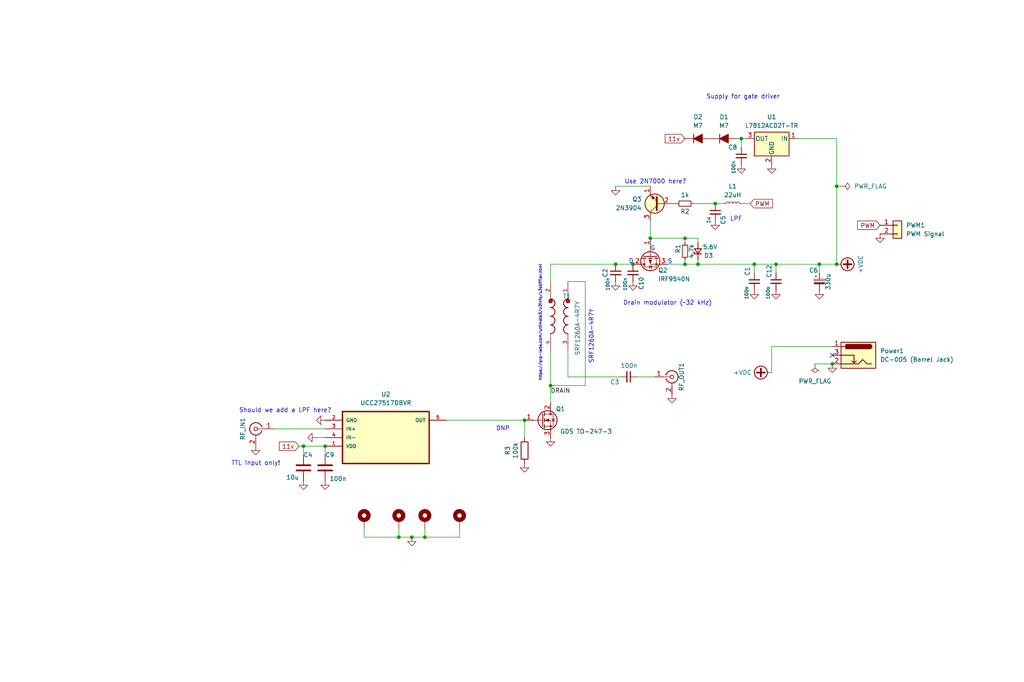
<source format=kicad_sch>
(kicad_sch (version 20240620) (generator "eeschema") (generator_version "8.99")
  (paper "User" 299.999 200)
  (title_block (title "TO-247-3 Single-Ended Hack Amp with EER SSB!") (date "2024-07-24") (rev "v7.01") (company "Author: Dhiru Kholia (VU3CER)"))
  (lib_symbols
    (symbol "Conn_Coaxial_1" (pin_names (offset 1.016) hide)
      (property "Reference" "J" (at 0.254 3.048 0))
      (property "Value" "Conn_Coaxial" (at 2.921 0 90))
      (symbol "Conn_Coaxial_1_0_1"
        (polyline (pts (xy -2.54 0) (xy -0.508 0)))
        (arc (start 1.778 0) (mid 0.222 -1.8079) (end -1.778 -0.508) (stroke (width 0.254)))
        (arc (start -1.778 0.508) (mid 0.2221 1.8084) (end 1.778 0) (stroke (width 0.254)))
        (circle (center 0 0) (radius 0.508) (stroke (width 0.2032)))
        (polyline (pts (xy 0 -2.54) (xy 0 -1.778)))
      )
      (symbol "Conn_Coaxial_1_1_1"
        (pin passive line (at -5.08 0 0) (length 2.54) (name "In") (number "1"))
        (pin passive line (at 0 -5.08 90) (length 2.54) (name "Ext") (number "2"))
      )
    )
    (symbol "Connector:Barrel_Jack_Switch" (pin_names hide)
      (property "Reference" "J" (at 0 5.334 0))
      (property "Value" "Barrel_Jack_Switch" (at 0 -5.08 0))
      (symbol "Barrel_Jack_Switch_0_1"
        (rectangle (start -5.08 3.81) (end 5.08 -3.81) (stroke (width 0.254)) (fill (type background)))
        (polyline (pts (xy -3.81 -2.54) (xy -2.54 -2.54) (xy -1.27 -1.27) (xy 0 -2.54) (xy 2.54 -2.54) (xy 5.08 -2.54)) (stroke (width 0.254)))
        (arc (start -3.302 1.905) (mid -3.9343 2.54) (end -3.302 3.175) (stroke (width 0.254)))
        (arc (start -3.302 1.905) (mid -3.9343 2.54) (end -3.302 3.175) (stroke (width 0.254)) (fill (type outline)))
        (polyline (pts (xy 1.27 -2.286) (xy 1.905 -1.651)) (stroke (width 0.254)))
        (rectangle (start 3.683 3.175) (end -3.302 1.905) (stroke (width 0.254)) (fill (type outline)))
        (polyline (pts (xy 5.08 2.54) (xy 3.81 2.54)) (stroke (width 0.254)))
        (polyline (pts (xy 5.08 0) (xy 1.27 0) (xy 1.27 -2.286) (xy 0.635 -1.651)) (stroke (width 0.254)))
      )
      (symbol "Barrel_Jack_Switch_1_1"
        (pin passive line (at 7.62 2.54 180) (length 2.54) (name "~") (number "1"))
        (pin passive line (at 7.62 0 180) (length 2.54) (name "~") (number "3"))
        (pin passive line (at 7.62 -2.54 180) (length 2.54) (name "~") (number "2"))
      )
    )
    (symbol "Connector:Conn_Coaxial" (pin_names (offset 1.016) hide)
      (property "Reference" "J" (at 0.254 3.048 0))
      (property "Value" "Conn_Coaxial" (at 2.921 0 90))
      (symbol "Conn_Coaxial_0_1"
        (polyline (pts (xy -2.54 0) (xy -0.508 0)))
        (arc (start 1.778 0) (mid 0.222 -1.8079) (end -1.778 -0.508) (stroke (width 0.254)))
        (arc (start -1.778 0.508) (mid 0.2221 1.8084) (end 1.778 0) (stroke (width 0.254)))
        (circle (center 0 0) (radius 0.508) (stroke (width 0.2032)))
        (polyline (pts (xy 0 -2.54) (xy 0 -1.778)))
      )
      (symbol "Conn_Coaxial_1_1"
        (pin passive line (at -5.08 0 0) (length 2.54) (name "In") (number "1"))
        (pin passive line (at 0 -5.08 90) (length 2.54) (name "Ext") (number "2"))
      )
    )
    (symbol "Connector_Generic:Conn_01x02" (pin_names (offset 1.016) hide)
      (property "Reference" "J" (at 0 2.54 0))
      (property "Value" "Conn_01x02" (at 0 -5.08 0))
      (symbol "Conn_01x02_1_1"
        (rectangle (start -1.27 1.27) (end 1.27 -3.81) (stroke (width 0.254)) (fill (type background)))
        (rectangle (start -1.27 0.127) (end 0 -0.127) (stroke (width 0.1524)))
        (rectangle (start -1.27 -2.413) (end 0 -2.667) (stroke (width 0.1524)))
        (pin passive line (at -5.08 0 0) (length 3.81) (name "Pin_1") (number "1"))
        (pin passive line (at -5.08 -2.54 0) (length 3.81) (name "Pin_2") (number "2"))
      )
    )
    (symbol "Device:C" (pin_numbers hide) (pin_names (offset 0.254))
      (property "Reference" "C" (at 0.635 2.54 0))
      (property "Value" "C" (at 0.635 -2.54 0))
      (symbol "C_0_1"
        (polyline (pts (xy -2.032 0.762) (xy 2.032 0.762)) (stroke (width 0.508)))
        (polyline (pts (xy -2.032 -0.762) (xy 2.032 -0.762)) (stroke (width 0.508)))
      )
      (symbol "C_1_1"
        (pin passive line (at 0 3.81 270) (length 2.794) (name "~") (number "1"))
        (pin passive line (at 0 -3.81 90) (length 2.794) (name "~") (number "2"))
      )
    )
    (symbol "Device:C_Polarized_Small" (pin_numbers hide) (pin_names (offset 0.254) hide)
      (property "Reference" "C" (at 0.254 1.778 0))
      (property "Value" "C_Polarized_Small" (at 0.254 -2.032 0))
      (symbol "C_Polarized_Small_0_1"
        (rectangle (start -1.524 0.6858) (end 1.524 0.3048))
        (rectangle (start -1.524 -0.3048) (end 1.524 -0.6858) (fill (type outline)))
        (polyline (pts (xy -1.27 1.524) (xy -0.762 1.524)))
        (polyline (pts (xy -1.016 1.27) (xy -1.016 1.778)))
      )
      (symbol "C_Polarized_Small_1_1"
        (pin passive line (at 0 2.54 270) (length 1.8542) (name "~") (number "1"))
        (pin passive line (at 0 -2.54 90) (length 1.8542) (name "~") (number "2"))
      )
    )
    (symbol "Device:C_Small" (pin_numbers hide) (pin_names (offset 0.254) hide)
      (property "Reference" "C" (at 0.254 1.778 0))
      (property "Value" "C_Small" (at 0.254 -2.032 0))
      (symbol "C_Small_0_1"
        (polyline (pts (xy -1.524 0.508) (xy 1.524 0.508)) (stroke (width 0.3048)))
        (polyline (pts (xy -1.524 -0.508) (xy 1.524 -0.508)) (stroke (width 0.3302)))
      )
      (symbol "C_Small_1_1"
        (pin passive line (at 0 2.54 270) (length 2.032) (name "~") (number "1"))
        (pin passive line (at 0 -2.54 90) (length 2.032) (name "~") (number "2"))
      )
    )
    (symbol "Device:D_Zener_Small" (pin_numbers hide) (pin_names (offset 0.254) hide)
      (property "Reference" "D" (at 0 2.286 0))
      (property "Value" "D_Zener_Small" (at 0 -2.286 0))
      (symbol "D_Zener_Small_0_1"
        (polyline (pts (xy -0.254 1.016) (xy -0.762 1.016) (xy -0.762 -1.016)) (stroke (width 0.254)))
        (polyline (pts (xy 0.762 1.016) (xy -0.762 0) (xy 0.762 -1.016) (xy 0.762 1.016)) (stroke (width 0.254)))
        (polyline (pts (xy 0.762 0) (xy -0.762 0)))
      )
      (symbol "D_Zener_Small_1_1"
        (pin passive line (at -2.54 0 0) (length 1.778) (name "K") (number "1"))
        (pin passive line (at 2.54 0 180) (length 1.778) (name "A") (number "2"))
      )
    )
    (symbol "Device:L_Small" (pin_numbers hide) (pin_names (offset 0.254) hide)
      (property "Reference" "L" (at 0.762 1.016 0))
      (property "Value" "L_Small" (at 0.762 -1.016 0))
      (symbol "L_Small_0_1"
        (arc (start 0 2.032) (mid 0.5058 1.524) (end 0 1.016))
        (arc (start 0 1.016) (mid 0.5058 0.508) (end 0 0))
        (arc (start 0 0) (mid 0.5058 -0.508) (end 0 -1.016))
        (arc (start 0 -1.016) (mid 0.5058 -1.524) (end 0 -2.032))
      )
      (symbol "L_Small_1_1"
        (pin passive line (at 0 2.54 270) (length 0.508) (name "~") (number "1"))
        (pin passive line (at 0 -2.54 90) (length 0.508) (name "~") (number "2"))
      )
    )
    (symbol "Device:R" (pin_numbers hide) (pin_names (offset 0))
      (property "Reference" "R" (at 2.032 0 90))
      (property "Value" "R" (at 0 0 90))
      (symbol "R_0_1"
        (rectangle (start -1.016 -2.54) (end 1.016 2.54) (stroke (width 0.254)))
      )
      (symbol "R_1_1"
        (pin passive line (at 0 3.81 270) (length 1.27) (name "~") (number "1"))
        (pin passive line (at 0 -3.81 90) (length 1.27) (name "~") (number "2"))
      )
    )
    (symbol "Device:R_Small" (pin_numbers hide) (pin_names (offset 0.254) hide)
      (property "Reference" "R" (at 0.762 0.508 0))
      (property "Value" "R_Small" (at 0.762 -1.016 0))
      (symbol "R_Small_0_1"
        (rectangle (start -0.762 1.778) (end 0.762 -1.778) (stroke (width 0.2032)))
      )
      (symbol "R_Small_1_1"
        (pin passive line (at 0 2.54 270) (length 0.762) (name "~") (number "1"))
        (pin passive line (at 0 -2.54 90) (length 0.762) (name "~") (number "2"))
      )
    )
    (symbol "Mechanical:MountingHole_Pad" (pin_numbers hide) (pin_names (offset 1.016) hide)
      (property "Reference" "H" (at 0 6.35 0))
      (property "Value" "MountingHole_Pad" (at 0 4.445 0))
      (symbol "MountingHole_Pad_0_1"
        (circle (center 0 1.27) (radius 1.27) (stroke (width 1.27)))
      )
      (symbol "MountingHole_Pad_1_1"
        (pin input line (at 0 -2.54 90) (length 2.54) (name "1") (number "1"))
      )
    )
    (symbol "PCM_Diode_AKL:M7" (pin_numbers hide) (pin_names (offset 1.016) hide)
      (property "Reference" "D" (at 0 5.08 0))
      (property "Value" "M7" (at 0 2.54 0))
      (symbol "M7_0_1"
        (polyline (pts (xy -1.27 1.27) (xy -1.27 -1.27) (xy 1.27 0) (xy -1.27 1.27)) (stroke (width 0.254)) (fill (type outline)))
        (polyline (pts (xy -1.27 0) (xy 1.27 0)))
        (polyline (pts (xy 1.27 1.27) (xy 1.27 -1.27)) (stroke (width 0.254)))
      )
      (symbol "M7_1_1"
        (pin passive line (at -3.81 0 0) (length 2.54) (name "A") (number "2"))
        (pin passive line (at 3.81 0 180) (length 2.54) (name "K") (number "1"))
      )
    )
    (symbol "PCM_Transistor_BJT_AKL:2N3904" (pin_names hide)
      (property "Reference" "Q" (at 5.08 1.27 0))
      (property "Value" "2N3904" (at 5.08 -1.27 0))
      (symbol "2N3904_0_1"
        (polyline (pts (xy 0.635 1.905) (xy 0.635 -1.905) (xy 0.635 -1.905)) (stroke (width 0.508)))
        (polyline (pts (xy 0.635 0.635) (xy 2.54 2.54)))
        (polyline (pts (xy 0.635 -0.635) (xy 2.54 -2.54) (xy 2.54 -2.54)))
        (circle (center 1.27 0) (radius 2.8194) (stroke (width 0.254)) (fill (type background)))
        (polyline (pts (xy 1.27 -1.778) (xy 1.778 -1.27) (xy 2.286 -2.286) (xy 1.27 -1.778) (xy 1.27 -1.778)) (fill (type outline)))
      )
      (symbol "2N3904_1_1"
        (pin passive line (at -5.08 0 0) (length 5.715) (name "B") (number "2"))
        (pin passive line (at 2.54 5.08 270) (length 2.54) (name "C") (number "3"))
        (pin passive line (at 2.54 -5.08 90) (length 2.54) (name "E") (number "1"))
      )
    )
    (symbol "Regulator_Linear:L7812" (pin_names (offset 0.254))
      (property "Reference" "U" (at -3.81 3.175 0))
      (property "Value" "L7812" (at 0 3.175 0))
      (symbol "L7812_0_1"
        (rectangle (start -5.08 1.905) (end 5.08 -5.08) (stroke (width 0.254)) (fill (type background)))
      )
      (symbol "L7812_1_1"
        (pin power_in line (at -7.62 0 0) (length 2.54) (name "IN") (number "1"))
        (pin power_in line (at 0 -7.62 90) (length 2.54) (name "GND") (number "2"))
        (pin power_out line (at 7.62 0 180) (length 2.54) (name "OUT") (number "3"))
      )
    )
    (symbol "SRF1260A-4R7Y:SRF1260A-4R7Y" (pin_names (offset 1.016))
      (property "Reference" "L" (at -7.631 5.0873 0))
      (property "Value" "SRF1260A-4R7Y" (at -7.6349 -7.6349 0))
      (symbol "SRF1260A-4R7Y_0_0"
        (circle (center -4.445 2.54) (radius 0.127) (stroke (width 0.508)))
        (circle (center -4.445 -2.54) (radius 0.127) (stroke (width 0.508)))
        (arc (start -2.54 2.54) (mid -3.81 1.2755) (end -5.08 2.54) (stroke (width 0.254)))
        (arc (start -5.08 -2.54) (mid -3.81 -1.2755) (end -2.54 -2.54) (stroke (width 0.254)))
        (arc (start 0 2.54) (mid -1.27 1.2755) (end -2.54 2.54) (stroke (width 0.254)))
        (arc (start -2.54 -2.54) (mid -1.27 -1.2755) (end 0 -2.54) (stroke (width 0.254)))
        (arc (start 2.54 2.54) (mid 1.27 1.2755) (end 0 2.54) (stroke (width 0.254)))
        (arc (start 0 -2.54) (mid 1.27 -1.2755) (end 2.54 -2.54) (stroke (width 0.254)))
        (arc (start 5.08 2.54) (mid 3.81 1.2755) (end 2.54 2.54) (stroke (width 0.254)))
        (arc (start 2.54 -2.54) (mid 3.81 -1.2755) (end 5.08 -2.54) (stroke (width 0.254)))
        (pin passive line (at -10.16 2.54 0) (length 5.08) (name "~") (number "1"))
        (pin passive line (at -10.16 -2.54 0) (length 5.08) (name "~") (number "2"))
        (pin passive line (at 10.16 2.54 180) (length 5.08) (name "~") (number "3"))
        (pin passive line (at 10.16 -2.54 180) (length 5.08) (name "~") (number "4"))
      )
    )
    (symbol "Transistor_FET:IRF540N" (pin_names hide)
      (property "Reference" "Q" (at 5.08 1.905 0))
      (property "Value" "IRF540N" (at 5.08 0 0))
      (symbol "IRF540N_0_1"
        (polyline (pts (xy 0.254 1.905) (xy 0.254 -1.905)) (stroke (width 0.254)))
        (polyline (pts (xy 0.254 0) (xy -2.54 0)))
        (polyline (pts (xy 0.762 2.286) (xy 0.762 1.27)) (stroke (width 0.254)))
        (polyline (pts (xy 0.762 0.508) (xy 0.762 -0.508)) (stroke (width 0.254)))
        (polyline (pts (xy 0.762 -1.27) (xy 0.762 -2.286)) (stroke (width 0.254)))
        (polyline (pts (xy 0.762 -1.778) (xy 3.302 -1.778) (xy 3.302 1.778) (xy 0.762 1.778)))
        (polyline (pts (xy 1.016 0) (xy 2.032 0.381) (xy 2.032 -0.381) (xy 1.016 0)) (fill (type outline)))
        (circle (center 1.651 0) (radius 2.794) (stroke (width 0.254)))
        (polyline (pts (xy 2.54 2.54) (xy 2.54 1.778)))
        (circle (center 2.54 1.778) (radius 0.254) (fill (type outline)))
        (circle (center 2.54 -1.778) (radius 0.254) (fill (type outline)))
        (polyline (pts (xy 2.54 -2.54) (xy 2.54 0) (xy 0.762 0)))
        (polyline (pts (xy 2.794 0.508) (xy 2.921 0.381) (xy 3.683 0.381) (xy 3.81 0.254)))
        (polyline (pts (xy 3.302 0.381) (xy 2.921 -0.254) (xy 3.683 -0.254) (xy 3.302 0.381)))
      )
      (symbol "IRF540N_1_1"
        (pin input line (at -5.08 0 0) (length 2.54) (name "G") (number "1"))
        (pin passive line (at 2.54 5.08 270) (length 2.54) (name "D") (number "2"))
        (pin passive line (at 2.54 -5.08 90) (length 2.54) (name "S") (number "3"))
      )
    )
    (symbol "Transistor_FET:IRF9540N" (pin_names hide)
      (property "Reference" "Q" (at 5.08 1.905 0))
      (property "Value" "IRF9540N" (at 5.08 0 0))
      (symbol "IRF9540N_0_1"
        (polyline (pts (xy 0.254 1.905) (xy 0.254 -1.905)) (stroke (width 0.254)))
        (polyline (pts (xy 0.254 0) (xy -2.54 0)))
        (polyline (pts (xy 0.762 2.286) (xy 0.762 1.27)) (stroke (width 0.254)))
        (polyline (pts (xy 0.762 1.778) (xy 3.302 1.778) (xy 3.302 -1.778) (xy 0.762 -1.778)))
        (polyline (pts (xy 0.762 0.508) (xy 0.762 -0.508)) (stroke (width 0.254)))
        (polyline (pts (xy 0.762 -1.27) (xy 0.762 -2.286)) (stroke (width 0.254)))
        (circle (center 1.651 0) (radius 2.794) (stroke (width 0.254)))
        (polyline (pts (xy 2.286 0) (xy 1.27 0.381) (xy 1.27 -0.381) (xy 2.286 0)) (fill (type outline)))
        (polyline (pts (xy 2.54 2.54) (xy 2.54 1.778)))
        (circle (center 2.54 1.778) (radius 0.254) (fill (type outline)))
        (circle (center 2.54 -1.778) (radius 0.254) (fill (type outline)))
        (polyline (pts (xy 2.54 -2.54) (xy 2.54 0) (xy 0.762 0)))
        (polyline (pts (xy 2.794 -0.508) (xy 2.921 -0.381) (xy 3.683 -0.381) (xy 3.81 -0.254)))
        (polyline (pts (xy 3.302 -0.381) (xy 2.921 0.254) (xy 3.683 0.254) (xy 3.302 -0.381)))
      )
      (symbol "IRF9540N_1_1"
        (pin input line (at -5.08 0 0) (length 2.54) (name "G") (number "1"))
        (pin passive line (at 2.54 5.08 270) (length 2.54) (name "D") (number "2"))
        (pin passive line (at 2.54 -5.08 90) (length 2.54) (name "S") (number "3"))
      )
    )
    (symbol "UCC27517DBVR:UCC27517DBVR" (pin_names (offset 1.016))
      (property "Reference" "U" (at -12.7 8.62 0))
      (property "Value" "UCC27517DBVR" (at -12.7 -11.62 0))
      (symbol "UCC27517DBVR_0_0"
        (rectangle (start -12.7 -7.62) (end 12.7 7.62) (stroke (width 0.41)) (fill (type background)))
        (pin input line (at -17.78 5.08 0) (length 5.08) (name "GND") (number "2"))
        (pin input line (at -17.78 2.54 0) (length 5.08) (name "IN+") (number "3"))
        (pin input line (at -17.78 0 0) (length 5.08) (name "IN-") (number "4"))
        (pin input line (at -17.78 -2.54 0) (length 5.08) (name "VDD") (number "1"))
        (pin output line (at 17.78 5.08 180) (length 5.08) (name "OUT") (number "5"))
      )
    )
    (symbol "power:+VDC" (power) (pin_numbers hide) (pin_names (offset 0) hide)
      (property "Value" "+VDC" (at 0 6.35 0))
      (symbol "+VDC_0_1"
        (polyline (pts (xy -1.143 3.175) (xy 1.143 3.175)) (stroke (width 0.508)))
        (circle (center 0 3.175) (radius 1.905) (stroke (width 0.254)))
        (polyline (pts (xy 0 2.032) (xy 0 4.318)) (stroke (width 0.508)))
        (polyline (pts (xy 0 0) (xy 0 1.27)))
      )
      (symbol "+VDC_1_1"
        (pin power_in line (at 0 0 90) (length 0) (name "~") (number "1"))
      )
    )
    (symbol "power:GND" (power) (pin_numbers hide) (pin_names (offset 0) hide)
      (property "Value" "GND" (at 0 -3.81 0))
      (symbol "GND_0_1"
        (polyline (pts (xy 0 0) (xy 0 -1.27) (xy 1.27 -1.27) (xy 0 -2.54) (xy -1.27 -1.27) (xy 0 -1.27)))
      )
      (symbol "GND_1_1"
        (pin power_in line (at 0 0 270) (length 0) (name "~") (number "1"))
      )
    )
    (symbol "power:PWR_FLAG" (power) (pin_numbers hide) (pin_names (offset 0) hide)
      (property "Value" "PWR_FLAG" (at 0 3.81 0))
      (symbol "PWR_FLAG_0_0"
        (pin power_out line (at 0 0 90) (length 0) (name "~") (number "1"))
      )
      (symbol "PWR_FLAG_0_1"
        (polyline (pts (xy 0 0) (xy 0 1.27) (xy -1.016 1.905) (xy 0 2.54) (xy 1.016 1.905) (xy 0 1.27)))
      )
    )
  )
  (text "S" (at 195.58 77.47 0) (effects (font (size 1.27 1.27)) (justify left bottom)))
  (text "LPF" (at 215.646 64.262 0) (effects (font (size 1.27 1.27))))
  (text "DNP" (at 147.32 125.73 0) (effects (font (size 1.27 1.27))))
  (text "Use 2N7000 here?" (at 192.024 53.34 0) (effects (font (size 1.27 1.27))))
  (text "https://qrp-labs.com/ultimate3/u3info/u3sbifilar.html" (at 158.75 111.76 90) (effects (font (size 0.8 0.8)) (justify left bottom)))
  (text "SRF1260A-4R7Y" (at 173.99 106.68 90) (effects (font (size 1.27 1.27)) (justify left bottom)))
  (text "Drain modulator (~32 kHz)" (at 195.58 88.9 0) (effects (font (size 1.27 1.27))))
  (text "Should we add a LPF here?" (at 83.566 120.396 0) (effects (font (size 1.27 1.27))))
  (text "TTL input only!" (at 74.93 135.89 0) (effects (font (size 1.27 1.27))))
  (text "G" (at 190.5 73.66 0) (effects (font (size 1.27 1.27)) (justify left bottom)))
  (text "Supply for gate driver" (at 217.678 28.448 0) (effects (font (size 1.27 1.27))))
  (text "D" (at 184.15 77.47 0) (effects (font (size 1.27 1.27)) (justify left bottom)))
  (junction (at 243.84 106.68))
  (junction (at 180.34 77.47))
  (junction (at 220.98 77.47))
  (junction (at 116.84 157.48))
  (junction (at 200.66 77.47))
  (junction (at 124.46 157.48))
  (junction (at 185.42 77.47))
  (junction (at 88.9 130.81))
  (junction (at 245.11 54.61))
  (junction (at 209.55 59.69))
  (junction (at 95.25 130.81))
  (junction (at 161.29 113.03))
  (junction (at 240.03 77.47))
  (junction (at 120.65 157.48))
  (junction (at 227.33 77.47))
  (junction (at 200.66 69.85))
  (junction (at 204.47 77.47))
  (junction (at 217.17 40.64))
  (junction (at 153.67 123.19))
  (junction (at 190.5 69.85))
  (junction (at 245.11 77.47))
  (no_connect (at 243.84 104.14))
  (wire (pts (xy 161.29 77.47) (xy 180.34 77.47)))
  (wire (pts (xy 134.62 157.48) (xy 134.62 154.94)))
  (wire (pts (xy 190.5 64.77) (xy 190.5 69.85)))
  (wire (pts (xy 166.37 102.87) (xy 166.37 110.49)))
  (wire (pts (xy 153.67 128.27) (xy 153.67 123.19)))
  (wire (pts (xy 209.55 59.69) (xy 212.09 59.69)))
  (wire (pts (xy 200.66 77.47) (xy 204.47 77.47)))
  (wire (pts (xy 226.06 101.6) (xy 226.06 109.22)))
  (wire (pts (xy 226.06 101.6) (xy 243.84 101.6)))
  (wire (pts (xy 186.69 110.49) (xy 191.77 110.49)))
  (wire (pts (xy 204.47 77.47) (xy 220.98 77.47)))
  (wire (pts (xy 80.01 125.73) (xy 95.25 125.73)))
  (wire (pts (xy 106.68 157.48) (xy 116.84 157.48)))
  (wire (pts (xy 245.11 54.61) (xy 245.11 77.47)))
  (wire (pts (xy 240.03 77.47) (xy 240.03 80.01)))
  (wire (pts (xy 204.47 76.2) (xy 204.47 77.47)))
  (wire (pts (xy 220.98 77.47) (xy 227.33 77.47)))
  (wire (pts (xy 130.81 123.19) (xy 153.67 123.19)))
  (wire (pts (xy 166.37 110.49) (xy 181.61 110.49)))
  (wire (pts (xy 203.2 59.69) (xy 209.55 59.69)))
  (wire (pts (xy 116.84 154.94) (xy 116.84 157.48)))
  (wire (pts (xy 227.33 77.47) (xy 240.03 77.47)))
  (wire (pts (xy 166.37 82.55) (xy 171.45 82.55)))
  (wire (pts (xy 217.17 40.64) (xy 218.44 40.64)))
  (wire (pts (xy 180.34 54.61) (xy 190.5 54.61)))
  (wire (pts (xy 161.29 102.87) (xy 161.29 113.03)))
  (wire (pts (xy 88.9 130.81) (xy 88.9 133.35)))
  (wire (pts (xy 190.5 69.85) (xy 200.66 69.85)))
  (wire (pts (xy 106.68 154.94) (xy 106.68 157.48)))
  (wire (pts (xy 200.66 76.2) (xy 200.66 77.47)))
  (wire (pts (xy 161.29 113.03) (xy 171.45 113.03)))
  (wire (pts (xy 227.33 77.47) (xy 227.33 80.01)))
  (wire (pts (xy 161.29 113.03) (xy 161.29 118.11)))
  (wire (pts (xy 238.76 106.68) (xy 243.84 106.68)))
  (wire (pts (xy 217.17 40.64) (xy 217.17 43.18)))
  (wire (pts (xy 87.63 130.81) (xy 88.9 130.81)))
  (wire (pts (xy 88.9 130.81) (xy 95.25 130.81)))
  (wire (pts (xy 120.65 157.48) (xy 124.46 157.48)))
  (wire (pts (xy 124.46 157.48) (xy 134.62 157.48)))
  (wire (pts (xy 95.25 130.81) (xy 95.25 133.35)))
  (wire (pts (xy 200.66 69.85) (xy 200.66 71.12)))
  (wire (pts (xy 92.71 128.27) (xy 95.25 128.27)))
  (wire (pts (xy 220.98 77.47) (xy 220.98 80.01)))
  (wire (pts (xy 195.58 77.47) (xy 200.66 77.47)))
  (wire (pts (xy 245.11 40.64) (xy 245.11 54.61)))
  (wire (pts (xy 240.03 77.47) (xy 245.11 77.47)))
  (wire (pts (xy 116.84 157.48) (xy 120.65 157.48)))
  (wire (pts (xy 204.47 69.85) (xy 204.47 71.12)))
  (wire (pts (xy 215.9 40.64) (xy 217.17 40.64)))
  (wire (pts (xy 161.29 82.55) (xy 161.29 77.47)))
  (wire (pts (xy 180.34 77.47) (xy 185.42 77.47)))
  (wire (pts (xy 171.45 82.55) (xy 171.45 113.03)))
  (wire (pts (xy 217.17 59.69) (xy 219.71 59.69)))
  (wire (pts (xy 233.68 40.64) (xy 245.11 40.64)))
  (wire (pts (xy 200.66 69.85) (xy 204.47 69.85)))
  (wire (pts (xy 245.11 54.61) (xy 246.38 54.61)))
  (wire (pts (xy 124.46 154.94) (xy 124.46 157.48)))
  (label "DRAIN" (at 161.29 115.57 0))
  (global_label "PWM" (shape input) (at 219.71 59.69 0) (property "Intersheetrefs" "${INTERSHEET_REFS}" (effects (hide yes))))
  (global_label "PWM" (shape input) (at 257.81 66.04 180) (property "Intersheetrefs" "${INTERSHEET_REFS}" (effects (hide yes))))
  (global_label "11v" (shape input) (at 87.63 130.81 180) (property "Intersheetrefs" "${INTERSHEET_REFS}" (effects (hide yes))))
  (global_label "11v" (shape input) (at 200.66 40.64 180) (property "Intersheetrefs" "${INTERSHEET_REFS}" (effects (hide yes))))
  (symbol (lib_id "power:+VDC") (at 226.06 109.22 90) (unit 1)
    (property "Reference" "#PWR0110" (effects (hide yes)))
    (property "Value" "+VDC" (at 220.2434 109.22 90) (effects (justify left)))
    (property "Description" "Power symbol creates a global label with name \"+VDC\"" (effects (hide yes)))
  )
  (symbol (lib_id "power:GND") (at 180.34 54.61 0) (unit 1)
    (property "Reference" "#PWR012" (effects (hide yes)))
    (property "Value" "GND" (effects (hide yes)))
    (property "Description" "Power symbol creates a global label with name \"GND\" , ground" (effects (hide yes)))
  )
  (symbol (lib_id "Device:C") (at 88.9 137.16 0) (unit 1)
    (property "Reference" "C4" (at 88.9 133.35 0) (effects (justify left)))
    (property "Value" "10u" (at 83.82 139.954 0) (effects (justify left)))
    (property "Footprint" "Capacitor_SMD:C_1206_3216Metric_Pad1.33x1.80mm_HandSolder" (effects (hide yes)))
    (property "LCSC Part" "C110255" (effects (hide yes)))
  )
  (symbol (lib_id "Device:C_Small") (at 180.34 80.01 0) (unit 1)
    (property "Reference" "C2" (at 177.292 80.01 90))
    (property "Value" "100n" (at 178.054 83.312 90) (effects (font (size 0.9906 0.9906))))
    (property "Footprint" "Capacitor_SMD:C_1206_3216Metric_Pad1.33x1.80mm_HandSolder" (effects (hide yes)))
    (property "LCSC Part" "C55077" (effects (hide yes)))
  )
  (symbol (lib_id "power:+VDC") (at 245.11 77.47 270) (unit 1)
    (property "Reference" "#PWR018" (effects (hide yes)))
    (property "Value" "+VDC" (at 252.095 77.47 0))
    (property "Description" "Power symbol creates a global label with name \"+VDC\"" (effects (hide yes)))
  )
  (symbol (lib_id "Device:L_Small") (at 214.63 59.69 90) (unit 1)
    (property "Reference" "L1" (at 214.63 54.61 90))
    (property "Value" "22uH" (at 214.63 57.15 90))
    (property "Description" "Inductor, small symbol" (effects (hide yes)))
  )
  (symbol (lib_id "Transistor_FET:IRF540N") (at 158.75 123.19 0) (unit 1)
    (property "Reference" "Q1" (at 162.814 119.888 0) (effects (justify left)))
    (property "Value" "GDS TO-247-3" (at 164.084 126.492 0) (effects (justify left)))
    (property "Footprint" "footprints:TO-247-3_Horizontal_TabDown_Modded" (effects (hide yes)))
    (property "Datasheet" "http://www.irf.com/product-info/datasheets/data/irf540n.pdf" (effects (hide yes)))
    (property "Description" "33A Id, 100V Vds, HEXFET N-Channel MOSFET, TO-220" (effects (hide yes)))
  )
  (symbol (lib_id "power:GND") (at 227.33 85.09 0) (unit 1)
    (property "Reference" "#PWR017" (effects (hide yes)))
    (property "Value" "GND" (effects (hide yes)))
  )
  (symbol (lib_id "power:GND") (at 88.9 140.97 0) (unit 1)
    (property "Reference" "#PWR03" (effects (hide yes)))
    (property "Value" "GND" (effects (hide yes)))
    (property "Description" "Power symbol creates a global label with name \"GND\" , ground" (effects (hide yes)))
  )
  (symbol (lib_id "power:GND") (at 217.17 48.26 0) (unit 1)
    (property "Reference" "#PWR07" (effects (hide yes)))
    (property "Value" "GND" (effects (hide yes)))
    (property "Description" "Power symbol creates a global label with name \"GND\" , ground" (effects (hide yes)))
  )
  (symbol (lib_id "power:GND") (at 180.34 82.55 0) (unit 1)
    (property "Reference" "#PWR05" (effects (hide yes)))
    (property "Value" "GND" (effects (hide yes)))
  )
  (symbol (lib_id "power:GND") (at 185.42 82.55 0) (unit 1)
    (property "Reference" "#PWR021" (effects (hide yes)))
    (property "Value" "GND" (effects (hide yes)))
  )
  (symbol (lib_id "Regulator_Linear:L7812") (at 226.06 40.64 0) (mirror y) (unit 1)
    (property "Reference" "U1" (at 226.06 34.29 0))
    (property "Value" "L7812ACD2T-TR" (at 226.06 36.83 0))
    (property "Footprint" "footprints:TO-263-2-bigger" (effects (hide yes)))
    (property "Datasheet" "http://www.st.com/content/ccc/resource/technical/document/datasheet/41/4f/b3/b0/12/d4/47/88/CD00000444.pdf/files/CD00000444.pdf/jcr:content/translations/en.CD00000444.pdf" (effects (hide yes)))
    (property "Description" "Positive 1.5A 35V Linear Regulator, Fixed Output 12V, TO-220/TO-263/TO-252" (effects (hide yes)))
    (property "LCSC Part" "C54614" (effects (hide yes)))
  )
  (symbol (lib_id "Device:C_Small") (at 220.98 82.55 0) (unit 1)
    (property "Reference" "C1" (at 218.948 79.502 90))
    (property "Value" "100n" (at 218.694 85.852 90) (effects (font (size 0.9906 0.9906))))
    (property "Footprint" "Capacitor_SMD:C_1206_3216Metric_Pad1.33x1.80mm_HandSolder" (effects (hide yes)))
    (property "LCSC Part" "C55077" (effects (hide yes)))
  )
  (symbol (lib_id "UCC27517DBVR:UCC27517DBVR") (at 113.03 128.27 0) (unit 1)
    (property "Reference" "U2" (at 113.03 115.57 0))
    (property "Value" "UCC27517DBVR" (at 113.03 118.11 0))
    (property "Footprint" "Package_TO_SOT_SMD:TSOT-23-5_HandSoldering" (effects (hide yes)))
    (property "Description" "4-A/4-A single-channel gate driver with 5-V UVLO and 13-ns prop delay in SOT-23 package" (effects (hide yes)))
    (property "MF" "Texas Instruments" (effects (hide yes)))
    (property "Package" "SOT-23-5 Texas Instruments" (effects (hide yes)))
    (property "Price" "None" (effects (hide yes)))
    (property "SnapEDA_Link" "https://www.snapeda.com/parts/UCC27517DBVR/Texas+Instruments/view-part/?ref=snap" (effects (hide yes)))
    (property "MP" "UCC27517DBVR" (effects (hide yes)))
    (property "Purchase-URL" "https://pricing.snapeda.com/search?q=UCC27517DBVR&ref=eda" (effects (hide yes)))
    (property "Availability" "In Stock" (effects (hide yes)))
    (property "Check_prices" "https://www.snapeda.com/parts/UCC27517DBVR/Texas+Instruments/view-part/?ref=eda" (effects (hide yes)))
    (property "Description_1" "\n4-A/4-A single-channel gate driver with 5-V UVLO and 13-ns prop delay in SOT-23 package\n" (effects (hide yes)))
    (property "LCSC Part" "C99395" (effects (hide yes)))
  )
  (symbol (lib_id "PCM_Diode_AKL:M7") (at 212.09 40.64 180) (unit 1)
    (property "Reference" "D1" (at 212.09 34.29 0))
    (property "Value" "M7" (at 212.09 36.83 0))
    (property "Footprint" "PCM_Diode_SMD_AKL:D_SMA" (effects (hide yes)))
    (property "Datasheet" "https://www.tme.eu/Document/0550e9bf27627c5cdfb653945cb570ca/m1-m7.pdf" (effects (hide yes)))
    (property "Description" "SMA Diode, Rectifier, 1000V, 1A, Alternate KiCad Library" (effects (hide yes)))
    (property "LCSC Part" "C111122" (effects (hide yes)))
  )
  (symbol (lib_id "power:GND") (at 196.85 115.57 0) (mirror y) (unit 1)
    (property "Reference" "#PWR04" (effects (hide yes)))
    (property "Value" "GND" (effects (hide yes)))
    (property "Description" "Power symbol creates a global label with name \"GND\" , ground" (effects (hide yes)))
  )
  (symbol (lib_id "power:GND") (at 243.84 106.68 0) (unit 1)
    (property "Reference" "#PWR019" (effects (hide yes)))
    (property "Value" "GND" (effects (hide yes)))
    (property "Description" "Power symbol creates a global label with name \"GND\" , ground" (effects (hide yes)))
  )
  (symbol (lib_name "Conn_Coaxial_1") (lib_id "Connector:Conn_Coaxial") (at 196.85 110.49 0) (unit 1)
    (property "Reference" "RF_OUT1" (at 199.644 110.49 90))
    (property "Value" "SMA" (effects (hide yes)))
    (property "Footprint" "Connector_Coaxial:SMA_Samtec_SMA-J-P-H-ST-EM1_EdgeMount" (effects (hide yes)))
    (property "Description" "coaxial connector (BNC, SMA, SMB, SMC, Cinch/RCA, LEMO, ...)" (effects (hide yes)))
  )
  (symbol (lib_id "power:GND") (at 95.25 140.97 0) (unit 1)
    (property "Reference" "#PWR011" (effects (hide yes)))
    (property "Value" "GND" (effects (hide yes)))
    (property "Description" "Power symbol creates a global label with name \"GND\" , ground" (effects (hide yes)))
  )
  (symbol (lib_id "Device:R") (at 153.67 132.08 0) (unit 1)
    (property "Reference" "R3" (at 148.6916 132.08 90))
    (property "Value" "100k" (at 151.003 132.08 90))
    (property "Footprint" "Resistor_SMD:R_1206_3216Metric_Pad1.30x1.75mm_HandSolder" (effects (hide yes)))
    (property "LCSC Part" "C17900" (effects (hide yes)))
  )
  (symbol (lib_id "power:GND") (at 74.93 130.81 0) (unit 1)
    (property "Reference" "#PWR08" (effects (hide yes)))
    (property "Value" "GND" (effects (hide yes)))
    (property "Description" "Power symbol creates a global label with name \"GND\" , ground" (effects (hide yes)))
  )
  (symbol (lib_id "Connector:Conn_Coaxial") (at 74.93 125.73 0) (mirror y) (unit 1)
    (property "Reference" "RF_IN1" (at 71.12 125.73 90))
    (property "Value" "SMA" (effects (hide yes)))
    (property "Footprint" "Connector_Coaxial:SMA_Samtec_SMA-J-P-H-ST-EM1_EdgeMount" (effects (hide yes)))
    (property "Description" "coaxial connector (BNC, SMA, SMB, SMC, Cinch/RCA, LEMO, ...)" (effects (hide yes)))
  )
  (symbol (lib_id "PCM_Transistor_BJT_AKL:2N3904") (at 193.04 59.69 180) (unit 1)
    (property "Reference" "Q3" (at 187.96 58.42 0) (effects (justify left)))
    (property "Value" "2N3904" (at 187.96 60.96 0) (effects (justify left)))
    (property "Footprint" "Package_TO_SOT_THT:TO-92_HandSolder" (effects (hide yes)))
    (property "Datasheet" "https://www.onsemi.com/pdf/datasheet/2n3903-d.pdf" (effects (hide yes)))
    (property "Source" "LCSC" (effects (hide yes)))
  )
  (symbol (lib_id "Device:C") (at 95.25 137.16 0) (unit 1)
    (property "Reference" "C9" (at 95.25 133.35 0) (effects (justify left)))
    (property "Value" "100n" (at 96.52 140.335 0) (effects (justify left)))
    (property "Footprint" "Capacitor_SMD:C_1206_3216Metric_Pad1.33x1.80mm_HandSolder" (effects (hide yes)))
    (property "LCSC Part" "C13585" (effects (hide yes)))
  )
  (symbol (lib_id "Mechanical:MountingHole_Pad") (at 124.46 152.4 0) (unit 1)
    (property "Reference" "H3" (effects (hide yes)))
    (property "Value" "MountingHole_Pad" (effects (hide yes)))
    (property "Footprint" "MountingHole:MountingHole_3.2mm_M3_Pad_Via" (effects (hide yes)))
  )
  (symbol (lib_id "Device:R_Small") (at 200.66 73.66 180) (unit 1)
    (property "Reference" "R1" (at 198.628 72.898 90))
    (property "Value" "4.7k" (at 202.565 73.66 90))
    (property "Footprint" "Resistor_SMD:R_1206_3216Metric_Pad1.30x1.75mm_HandSolder" (effects (hide yes)))
    (property "Source" "LCSC" (effects (hide yes)))
  )
  (symbol (lib_id "power:GND") (at 257.81 68.58 0) (unit 1)
    (property "Reference" "#PWR014" (effects (hide yes)))
    (property "Value" "GND" (effects (hide yes)))
    (property "Description" "Power symbol creates a global label with name \"GND\" , ground" (effects (hide yes)))
  )
  (symbol (lib_id "Device:C_Polarized_Small") (at 240.03 82.55 0) (unit 1)
    (property "Reference" "C6" (at 236.982 79.248 0) (effects (justify left)))
    (property "Value" "330u" (at 242.57 85.09 90) (effects (justify left)))
    (property "Footprint" "Capacitor_THT:CP_Radial_D8.0mm_P5.00mm" (effects (hide yes)))
  )
  (symbol (lib_id "Transistor_FET:IRF9540N") (at 190.5 74.93 90) (mirror x) (unit 1)
    (property "Reference" "Q2" (at 194.183 79.248 90))
    (property "Value" "IRF9540N" (at 197.485 81.788 90))
    (property "Footprint" "Package_TO_SOT_THT:TO-220-3_Vertical" (effects (hide yes)))
    (property "Datasheet" "http://www.irf.com/product-info/datasheets/data/irf9540n.pdf" (effects (hide yes)))
    (property "Description" "-23A Id, -100V Vds, 117mOhm Rds, P-Channel HEXFET Power MOSFET, TO-220" (effects (hide yes)))
  )
  (symbol (lib_id "power:GND") (at 92.71 128.27 270) (unit 1)
    (property "Reference" "#PWR09" (effects (hide yes)))
    (property "Value" "GND" (effects (hide yes)))
    (property "Description" "Power symbol creates a global label with name \"GND\" , ground" (effects (hide yes)))
  )
  (symbol (lib_id "Mechanical:MountingHole_Pad") (at 116.84 152.4 0) (unit 1)
    (property "Reference" "H2" (effects (hide yes)))
    (property "Value" "MountingHole_Pad" (effects (hide yes)))
    (property "Footprint" "MountingHole:MountingHole_3.2mm_M3_Pad_Via" (effects (hide yes)))
  )
  (symbol (lib_id "power:PWR_FLAG") (at 246.38 54.61 270) (unit 1)
    (property "Reference" "#FLG01" (effects (hide yes)))
    (property "Value" "PWR_FLAG" (at 250.19 54.6099 90) (effects (justify left)))
  )
  (symbol (lib_id "Device:C_Small") (at 184.15 110.49 270) (unit 1)
    (property "Reference" "C3" (at 180.086 112.014 90))
    (property "Value" "100n" (at 184.277 107.188 90))
    (property "Footprint" "Capacitor_SMD:C_1206_3216Metric_Pad1.33x1.80mm_HandSolder" (effects (hide yes)))
    (property "LCSC Part" "C110255" (effects (hide yes)))
  )
  (symbol (lib_id "SRF1260A-4R7Y:SRF1260A-4R7Y") (at 163.83 92.71 270) (unit 1)
    (property "Reference" "T1" (at 164.846 86.868 90) (effects (justify left)))
    (property "Value" "SRF1260A-4R7Y" (at 169.164 88.138 0) (effects (justify left)))
    (property "Footprint" "footprints:IND_SRF1260A-4R7Y-Longer-Pads" (effects (hide yes)))
    (property "MF" "Bourns" (effects (hide yes)))
    (property "MOUSER-PURCHASE-URL" "https://snapeda.com/shop?store=Mouser&id=1533338" (effects (hide yes)))
    (property "DESCRIPTION" "Shielded 2 Coil Inductor Array 27.2µH Inductance - Connected in Series 6.8µH Inductance - Connected in Parallel 18.6mOhm Max DC Resistance (DCR) - Parallel 6.64A Nonstandard" (effects (hide yes)))
    (property "PACKAGE" "Nonstandard Bourns" (effects (hide yes)))
    (property "PRICE" "None" (effects (hide yes)))
    (property "MP" "SRF1260A-6R8Y" (effects (hide yes)))
    (property "AVAILABILITY" "Warning" (effects (hide yes)))
    (property "LCSC Part" "C3273481" (effects (hide yes)))
  )
  (symbol (lib_id "power:GND") (at 209.55 64.77 0) (unit 1)
    (property "Reference" "#PWR020" (effects (hide yes)))
    (property "Value" "GND" (effects (hide yes)))
  )
  (symbol (lib_id "Device:D_Zener_Small") (at 204.47 73.66 90) (unit 1)
    (property "Reference" "D3" (at 208.915 74.93 90) (effects (justify left)))
    (property "Value" "5.6V" (at 210.185 72.39 90) (effects (justify left)))
    (property "Footprint" "Diode_SMD:D_MiniMELF" (effects (hide yes)))
    (property "Source" "LCSC" (effects (hide yes)))
  )
  (symbol (lib_id "Connector_Generic:Conn_01x02") (at 262.89 66.04 0) (unit 1)
    (property "Reference" "PWM1" (at 265.43 66.0399 0) (effects (justify left)))
    (property "Value" "PWM Signal" (at 265.43 68.5799 0) (effects (justify left)))
    (property "Description" "Generic connector, single row, 01x02, script generated (kicad-library-utils/schlib/autogen/connector/)" (effects (hide yes)))
  )
  (symbol (lib_id "power:GND") (at 120.65 157.48 0) (unit 1)
    (property "Reference" "#PWR01" (effects (hide yes)))
    (property "Value" "GND" (effects (hide yes)))
    (property "Description" "Power symbol creates a global label with name \"GND\" , ground" (effects (hide yes)))
  )
  (symbol (lib_id "power:GND") (at 95.25 123.19 270) (unit 1)
    (property "Reference" "#PWR010" (effects (hide yes)))
    (property "Value" "GND" (effects (hide yes)))
    (property "Description" "Power symbol creates a global label with name \"GND\" , ground" (effects (hide yes)))
  )
  (symbol (lib_id "power:PWR_FLAG") (at 238.76 106.68 180) (unit 1)
    (property "Reference" "#FLG03" (effects (hide yes)))
    (property "Value" "PWR_FLAG" (at 238.76 111.76 0))
    (property "Description" "Special symbol for telling ERC where power comes from" (effects (hide yes)))
  )
  (symbol (lib_id "power:GND") (at 161.29 128.27 0) (unit 1)
    (property "Reference" "#PWR015" (effects (hide yes)))
    (property "Value" "GND" (effects (hide yes)))
    (property "Description" "Power symbol creates a global label with name \"GND\" , ground" (effects (hide yes)))
  )
  (symbol (lib_id "power:GND") (at 240.03 85.09 0) (unit 1)
    (property "Reference" "#PWR013" (effects (hide yes)))
    (property "Value" "GND" (effects (hide yes)))
  )
  (symbol (lib_id "Device:R_Small") (at 200.66 59.69 90) (unit 1)
    (property "Reference" "R2" (at 200.66 61.976 90))
    (property "Value" "1k" (at 200.66 57.15 90))
    (property "Footprint" "Resistor_SMD:R_1206_3216Metric_Pad1.30x1.75mm_HandSolder" (effects (hide yes)))
    (property "Source" "LCSC" (effects (hide yes)))
  )
  (symbol (lib_id "Device:C_Small") (at 209.55 62.23 0) (unit 1)
    (property "Reference" "C5" (at 211.836 64.516 90))
    (property "Value" "1u" (at 207.518 64.516 90) (effects (font (size 0.9906 0.9906))))
    (property "Footprint" "Capacitor_SMD:C_1206_3216Metric_Pad1.33x1.80mm_HandSolder" (effects (hide yes)))
    (property "LCSC Part" "C55077" (effects (hide yes)))
  )
  (symbol (lib_id "Mechanical:MountingHole_Pad") (at 134.62 152.4 0) (mirror y) (unit 1)
    (property "Reference" "H4" (effects (hide yes)))
    (property "Value" "MountingHole_Pad" (effects (hide yes)))
    (property "Footprint" "MountingHole:MountingHole_3.2mm_M3_Pad_Via" (effects (hide yes)))
  )
  (symbol (lib_id "Connector:Barrel_Jack_Switch") (at 251.46 104.14 0) (mirror y) (unit 1)
    (property "Reference" "Power1" (at 257.81 102.8699 0) (effects (justify right)))
    (property "Value" "DC-005 (Barrel Jack)" (at 257.81 105.4099 0) (effects (justify right)))
    (property "Footprint" "footprints:XKB_DC-005-5A-2.0_Modded" (effects (hide yes)))
  )
  (symbol (lib_id "power:GND") (at 226.06 48.26 0) (unit 1)
    (property "Reference" "#PWR06" (effects (hide yes)))
    (property "Value" "GND" (effects (hide yes)))
    (property "Description" "Power symbol creates a global label with name \"GND\" , ground" (effects (hide yes)))
  )
  (symbol (lib_id "Device:C_Small") (at 217.17 45.72 0) (unit 1)
    (property "Reference" "C8" (at 214.63 43.18 0))
    (property "Value" "100n" (at 214.884 49.022 90) (effects (font (size 0.9906 0.9906))))
    (property "Footprint" "Capacitor_SMD:C_1206_3216Metric_Pad1.33x1.80mm_HandSolder" (effects (hide yes)))
    (property "LCSC Part" "C110255" (effects (hide yes)))
  )
  (symbol (lib_id "power:GND") (at 220.98 85.09 0) (unit 1)
    (property "Reference" "#PWR02" (effects (hide yes)))
    (property "Value" "GND" (effects (hide yes)))
  )
  (symbol (lib_id "power:GND") (at 153.67 135.89 0) (unit 1)
    (property "Reference" "#PWR016" (effects (hide yes)))
    (property "Value" "GND" (effects (hide yes)))
    (property "Description" "Power symbol creates a global label with name \"GND\" , ground" (effects (hide yes)))
  )
  (symbol (lib_id "Device:C_Small") (at 227.33 82.55 0) (unit 1)
    (property "Reference" "C12" (at 225.298 79.502 90))
    (property "Value" "100n" (at 225.044 85.852 90) (effects (font (size 0.9906 0.9906))))
    (property "Footprint" "Capacitor_SMD:C_1206_3216Metric_Pad1.33x1.80mm_HandSolder" (effects (hide yes)))
    (property "LCSC Part" "C55077" (effects (hide yes)))
  )
  (symbol (lib_id "Mechanical:MountingHole_Pad") (at 106.68 152.4 0) (unit 1)
    (property "Reference" "H1" (effects (hide yes)))
    (property "Value" "MountingHole_Pad" (effects (hide yes)))
    (property "Footprint" "MountingHole:MountingHole_3.2mm_M3_Pad_Via" (effects (hide yes)))
  )
  (symbol (lib_id "PCM_Diode_AKL:M7") (at 204.47 40.64 180) (unit 1)
    (property "Reference" "D2" (at 204.47 34.29 0))
    (property "Value" "M7" (at 204.47 36.83 0))
    (property "Footprint" "PCM_Diode_SMD_AKL:D_SMA" (effects (hide yes)))
    (property "Datasheet" "https://www.tme.eu/Document/0550e9bf27627c5cdfb653945cb570ca/m1-m7.pdf" (effects (hide yes)))
    (property "Description" "SMA Diode, Rectifier, 1000V, 1A, Alternate KiCad Library" (effects (hide yes)))
    (property "LCSC Part" "C111122" (effects (hide yes)))
  )
  (symbol (lib_id "Device:C_Small") (at 185.42 80.01 0) (unit 1)
    (property "Reference" "C10" (at 187.833 83.058 90))
    (property "Value" "100n" (at 183.134 83.312 90) (effects (font (size 0.9906 0.9906))))
    (property "Footprint" "Capacitor_SMD:C_1206_3216Metric_Pad1.33x1.80mm_HandSolder" (effects (hide yes)))
    (property "LCSC Part" "C55077" (effects (hide yes)))
  )
)
</source>
